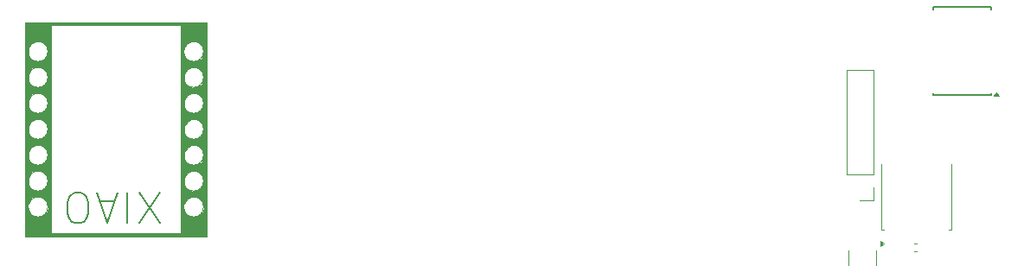
<source format=gbr>
%TF.GenerationSoftware,KiCad,Pcbnew,7.0.11*%
%TF.CreationDate,2025-03-06T22:37:58+09:00*%
%TF.ProjectId,Line_V2,4c696e65-5f56-4322-9e6b-696361645f70,rev?*%
%TF.SameCoordinates,Original*%
%TF.FileFunction,Legend,Top*%
%TF.FilePolarity,Positive*%
%FSLAX46Y46*%
G04 Gerber Fmt 4.6, Leading zero omitted, Abs format (unit mm)*
G04 Created by KiCad (PCBNEW 7.0.11) date 2025-03-06 22:37:58*
%MOMM*%
%LPD*%
G01*
G04 APERTURE LIST*
%ADD10C,0.150000*%
%ADD11C,0.120000*%
%ADD12C,0.100000*%
G04 APERTURE END LIST*
D10*
X64440428Y-108358942D02*
X62440428Y-105358942D01*
X62440428Y-108358942D02*
X64440428Y-105358942D01*
X61297571Y-105358942D02*
X61297571Y-108358942D01*
X60011857Y-106216085D02*
X58583286Y-106216085D01*
X60297571Y-105358942D02*
X59297571Y-108358942D01*
X59297571Y-108358942D02*
X58297571Y-105358942D01*
X56726142Y-108358942D02*
X56154714Y-108358942D01*
X56154714Y-108358942D02*
X55868999Y-108216085D01*
X55868999Y-108216085D02*
X55583285Y-107930371D01*
X55583285Y-107930371D02*
X55440428Y-107358942D01*
X55440428Y-107358942D02*
X55440428Y-106358942D01*
X55440428Y-106358942D02*
X55583285Y-105787514D01*
X55583285Y-105787514D02*
X55868999Y-105501800D01*
X55868999Y-105501800D02*
X56154714Y-105358942D01*
X56154714Y-105358942D02*
X56726142Y-105358942D01*
X56726142Y-105358942D02*
X57011857Y-105501800D01*
X57011857Y-105501800D02*
X57297571Y-105787514D01*
X57297571Y-105787514D02*
X57440428Y-106358942D01*
X57440428Y-106358942D02*
X57440428Y-107358942D01*
X57440428Y-107358942D02*
X57297571Y-107930371D01*
X57297571Y-107930371D02*
X57011857Y-108216085D01*
X57011857Y-108216085D02*
X56726142Y-108358942D01*
D11*
%TO.C,U2*%
X69038400Y-109685400D02*
X51258400Y-109685400D01*
X69038400Y-88679600D02*
X69038400Y-109685400D01*
X66498400Y-88679600D02*
X66498400Y-109685400D01*
X53798400Y-109660000D02*
X53798400Y-88692300D01*
D12*
X53798400Y-88692300D02*
X66510139Y-88674129D01*
D11*
X51258400Y-109685400D02*
X51258400Y-88679600D01*
X51258400Y-88679600D02*
X69038400Y-88679600D01*
D12*
X53823800Y-109380600D02*
X66498400Y-109380600D01*
X66498400Y-109380600D02*
X66498400Y-109672700D01*
X66498400Y-109672700D02*
X53823800Y-109672700D01*
X53823800Y-109672700D02*
X53823800Y-109380600D01*
X53798400Y-88692300D02*
X66473000Y-88692300D01*
X66473000Y-88692300D02*
X66473000Y-88984400D01*
X66473000Y-88984400D02*
X53798400Y-88984400D01*
X53798400Y-88984400D02*
X53798400Y-88692300D01*
X68733934Y-106789466D02*
G75*
G03*
X66802866Y-106789466I-965534J0D01*
G01*
X66802866Y-106789466D02*
G75*
G03*
X68733934Y-106789466I965534J0D01*
G01*
X68733934Y-104249466D02*
G75*
G03*
X66802866Y-104249466I-965534J0D01*
G01*
X66802866Y-104249466D02*
G75*
G03*
X68733934Y-104249466I965534J0D01*
G01*
X68733934Y-101709466D02*
G75*
G03*
X66802866Y-101709466I-965534J0D01*
G01*
X66802866Y-101709466D02*
G75*
G03*
X68733934Y-101709466I965534J0D01*
G01*
X68733934Y-99169466D02*
G75*
G03*
X66802866Y-99169466I-965534J0D01*
G01*
X66802866Y-99169466D02*
G75*
G03*
X68733934Y-99169466I965534J0D01*
G01*
X68733934Y-96629466D02*
G75*
G03*
X66802866Y-96629466I-965534J0D01*
G01*
X66802866Y-96629466D02*
G75*
G03*
X68733934Y-96629466I965534J0D01*
G01*
X68733934Y-94089466D02*
G75*
G03*
X66802866Y-94089466I-965534J0D01*
G01*
X66802866Y-94089466D02*
G75*
G03*
X68733934Y-94089466I965534J0D01*
G01*
X68733934Y-91549466D02*
G75*
G03*
X66802866Y-91549466I-965534J0D01*
G01*
X66802866Y-91549466D02*
G75*
G03*
X68733934Y-91549466I965534J0D01*
G01*
X53493934Y-106789466D02*
G75*
G03*
X51562866Y-106789466I-965534J0D01*
G01*
X51562866Y-106789466D02*
G75*
G03*
X53493934Y-106789466I965534J0D01*
G01*
X53493934Y-104249466D02*
G75*
G03*
X51562866Y-104249466I-965534J0D01*
G01*
X51562866Y-104249466D02*
G75*
G03*
X53493934Y-104249466I965534J0D01*
G01*
X53493934Y-101709466D02*
G75*
G03*
X51562866Y-101709466I-965534J0D01*
G01*
X51562866Y-101709466D02*
G75*
G03*
X53493934Y-101709466I965534J0D01*
G01*
X53493934Y-99169466D02*
G75*
G03*
X51562866Y-99169466I-965534J0D01*
G01*
X51562866Y-99169466D02*
G75*
G03*
X53493934Y-99169466I965534J0D01*
G01*
X53493934Y-96629466D02*
G75*
G03*
X51562866Y-96629466I-965534J0D01*
G01*
X51562866Y-96629466D02*
G75*
G03*
X53493934Y-96629466I965534J0D01*
G01*
X53493934Y-91549800D02*
G75*
G03*
X51562866Y-91549800I-965534J0D01*
G01*
X51562866Y-91549800D02*
G75*
G03*
X53493934Y-91549800I965534J0D01*
G01*
X53493600Y-94089800D02*
G75*
G03*
X51562532Y-94089800I-965534J0D01*
G01*
X51562532Y-94089800D02*
G75*
G03*
X53493600Y-94089800I965534J0D01*
G01*
X66510139Y-109679929D02*
X53823800Y-109672700D01*
X53823800Y-109380600D01*
X66498400Y-109380600D01*
X66510139Y-109679929D01*
G36*
X66510139Y-109679929D02*
G01*
X53823800Y-109672700D01*
X53823800Y-109380600D01*
X66498400Y-109380600D01*
X66510139Y-109679929D01*
G37*
X66473000Y-88984400D02*
X53798400Y-88984400D01*
X53798400Y-88692300D01*
X66473000Y-88692300D01*
X66473000Y-88984400D01*
G36*
X66473000Y-88984400D02*
G01*
X53798400Y-88984400D01*
X53798400Y-88692300D01*
X66473000Y-88692300D01*
X66473000Y-88984400D01*
G37*
X69050139Y-91544329D02*
X68745673Y-91543995D01*
X68745339Y-91315729D01*
X68669139Y-91112529D01*
X68592939Y-90960129D01*
X68338939Y-90731529D01*
X68135739Y-90579129D01*
X69024739Y-90579129D01*
X69050139Y-91544329D01*
G36*
X69050139Y-91544329D02*
G01*
X68745673Y-91543995D01*
X68745339Y-91315729D01*
X68669139Y-91112529D01*
X68592939Y-90960129D01*
X68338939Y-90731529D01*
X68135739Y-90579129D01*
X69024739Y-90579129D01*
X69050139Y-91544329D01*
G37*
X53798400Y-91549800D02*
X53493934Y-91549466D01*
X53493600Y-91321200D01*
X53417400Y-91118000D01*
X53341200Y-90965600D01*
X53087200Y-90737000D01*
X52884000Y-90584600D01*
X53773000Y-90584600D01*
X53798400Y-91549800D01*
G36*
X53798400Y-91549800D02*
G01*
X53493934Y-91549466D01*
X53493600Y-91321200D01*
X53417400Y-91118000D01*
X53341200Y-90965600D01*
X53087200Y-90737000D01*
X52884000Y-90584600D01*
X53773000Y-90584600D01*
X53798400Y-91549800D01*
G37*
X69050139Y-99189729D02*
X69024739Y-101729729D01*
X68745673Y-101729395D01*
X68745339Y-101501129D01*
X68643739Y-101221729D01*
X68440539Y-100967729D01*
X68008739Y-100739129D01*
X67526139Y-100739129D01*
X67145139Y-100942329D01*
X66814939Y-101399529D01*
X66840339Y-99596129D01*
X67195939Y-100027929D01*
X67653139Y-100154929D01*
X67983339Y-100154929D01*
X68389739Y-99977129D01*
X68592939Y-99773929D01*
X68719939Y-99519929D01*
X68745673Y-99189395D01*
X69050139Y-99189729D01*
G36*
X69050139Y-99189729D02*
G01*
X69024739Y-101729729D01*
X68745673Y-101729395D01*
X68745339Y-101501129D01*
X68643739Y-101221729D01*
X68440539Y-100967729D01*
X68008739Y-100739129D01*
X67526139Y-100739129D01*
X67145139Y-100942329D01*
X66814939Y-101399529D01*
X66840339Y-99596129D01*
X67195939Y-100027929D01*
X67653139Y-100154929D01*
X67983339Y-100154929D01*
X68389739Y-99977129D01*
X68592939Y-99773929D01*
X68719939Y-99519929D01*
X68745673Y-99189395D01*
X69050139Y-99189729D01*
G37*
X69050139Y-104244329D02*
X69024739Y-106784329D01*
X68745673Y-106783995D01*
X68745339Y-106555729D01*
X68643739Y-106276329D01*
X68440539Y-106022329D01*
X68008739Y-105793729D01*
X67526139Y-105793729D01*
X67145139Y-105996929D01*
X66814939Y-106454129D01*
X66840339Y-104650729D01*
X66840339Y-104676129D01*
X67195939Y-105107929D01*
X67653139Y-105265800D01*
X67983339Y-105234929D01*
X68389739Y-105057129D01*
X68592939Y-104828529D01*
X68719939Y-104574529D01*
X68745673Y-104243995D01*
X69050139Y-104244329D01*
G36*
X69050139Y-104244329D02*
G01*
X69024739Y-106784329D01*
X68745673Y-106783995D01*
X68745339Y-106555729D01*
X68643739Y-106276329D01*
X68440539Y-106022329D01*
X68008739Y-105793729D01*
X67526139Y-105793729D01*
X67145139Y-105996929D01*
X66814939Y-106454129D01*
X66840339Y-104650729D01*
X66840339Y-104676129D01*
X67195939Y-105107929D01*
X67653139Y-105265800D01*
X67983339Y-105234929D01*
X68389739Y-105057129D01*
X68592939Y-104828529D01*
X68719939Y-104574529D01*
X68745673Y-104243995D01*
X69050139Y-104244329D01*
G37*
X69050139Y-101704329D02*
X69024739Y-104244329D01*
X68745673Y-104243995D01*
X68745339Y-104015729D01*
X68643739Y-103736329D01*
X68440539Y-103482329D01*
X68008739Y-103253729D01*
X67526139Y-103253729D01*
X67145139Y-103456929D01*
X66814939Y-103914129D01*
X66840339Y-102110729D01*
X66840339Y-102161529D01*
X67195939Y-102593329D01*
X67641400Y-102700400D01*
X68008739Y-102694929D01*
X68415139Y-102517129D01*
X68592939Y-102288529D01*
X68719939Y-102034529D01*
X68745673Y-101703995D01*
X69050139Y-101704329D01*
G36*
X69050139Y-101704329D02*
G01*
X69024739Y-104244329D01*
X68745673Y-104243995D01*
X68745339Y-104015729D01*
X68643739Y-103736329D01*
X68440539Y-103482329D01*
X68008739Y-103253729D01*
X67526139Y-103253729D01*
X67145139Y-103456929D01*
X66814939Y-103914129D01*
X66840339Y-102110729D01*
X66840339Y-102161529D01*
X67195939Y-102593329D01*
X67641400Y-102700400D01*
X68008739Y-102694929D01*
X68415139Y-102517129D01*
X68592939Y-102288529D01*
X68719939Y-102034529D01*
X68745673Y-101703995D01*
X69050139Y-101704329D01*
G37*
X69050139Y-96649729D02*
X69024739Y-99189729D01*
X68745673Y-99189395D01*
X68745339Y-98961129D01*
X68643739Y-98681729D01*
X68440539Y-98427729D01*
X68008739Y-98199129D01*
X67526139Y-98199129D01*
X67145139Y-98402329D01*
X66814939Y-98859529D01*
X66840339Y-97056129D01*
X66865739Y-97081529D01*
X67221339Y-97513329D01*
X67653139Y-97614929D01*
X67983339Y-97614929D01*
X68389739Y-97437129D01*
X68592939Y-97233929D01*
X68719939Y-96979929D01*
X68745673Y-96649395D01*
X69050139Y-96649729D01*
G36*
X69050139Y-96649729D02*
G01*
X69024739Y-99189729D01*
X68745673Y-99189395D01*
X68745339Y-98961129D01*
X68643739Y-98681729D01*
X68440539Y-98427729D01*
X68008739Y-98199129D01*
X67526139Y-98199129D01*
X67145139Y-98402329D01*
X66814939Y-98859529D01*
X66840339Y-97056129D01*
X66865739Y-97081529D01*
X67221339Y-97513329D01*
X67653139Y-97614929D01*
X67983339Y-97614929D01*
X68389739Y-97437129D01*
X68592939Y-97233929D01*
X68719939Y-96979929D01*
X68745673Y-96649395D01*
X69050139Y-96649729D01*
G37*
X69050139Y-94084329D02*
X69024739Y-96624329D01*
X68745673Y-96623995D01*
X68745339Y-96395729D01*
X68643739Y-96116329D01*
X68440539Y-95862329D01*
X68008739Y-95633729D01*
X67526139Y-95633729D01*
X67145139Y-95836929D01*
X66814939Y-96294129D01*
X66840339Y-94490729D01*
X66840339Y-94516129D01*
X67195939Y-94947929D01*
X67653139Y-95105800D01*
X68008739Y-95074929D01*
X68415139Y-94897129D01*
X68592939Y-94668529D01*
X68719939Y-94414529D01*
X68745673Y-94083995D01*
X69050139Y-94084329D01*
G36*
X69050139Y-94084329D02*
G01*
X69024739Y-96624329D01*
X68745673Y-96623995D01*
X68745339Y-96395729D01*
X68643739Y-96116329D01*
X68440539Y-95862329D01*
X68008739Y-95633729D01*
X67526139Y-95633729D01*
X67145139Y-95836929D01*
X66814939Y-96294129D01*
X66840339Y-94490729D01*
X66840339Y-94516129D01*
X67195939Y-94947929D01*
X67653139Y-95105800D01*
X68008739Y-95074929D01*
X68415139Y-94897129D01*
X68592939Y-94668529D01*
X68719939Y-94414529D01*
X68745673Y-94083995D01*
X69050139Y-94084329D01*
G37*
X69050139Y-91544329D02*
X69024739Y-94084329D01*
X68745673Y-94083995D01*
X68745339Y-93855729D01*
X68643739Y-93576329D01*
X68440539Y-93322329D01*
X68008739Y-93093729D01*
X67526139Y-93093729D01*
X67145139Y-93296929D01*
X66814939Y-93754129D01*
X66840339Y-91950729D01*
X66840339Y-91976129D01*
X67195939Y-92407929D01*
X67653139Y-92540400D01*
X68008739Y-92534929D01*
X68415139Y-92357129D01*
X68592939Y-92128529D01*
X68719939Y-91874529D01*
X68745673Y-91543995D01*
X69050139Y-91544329D01*
G36*
X69050139Y-91544329D02*
G01*
X69024739Y-94084329D01*
X68745673Y-94083995D01*
X68745339Y-93855729D01*
X68643739Y-93576329D01*
X68440539Y-93322329D01*
X68008739Y-93093729D01*
X67526139Y-93093729D01*
X67145139Y-93296929D01*
X66814939Y-93754129D01*
X66840339Y-91950729D01*
X66840339Y-91976129D01*
X67195939Y-92407929D01*
X67653139Y-92540400D01*
X68008739Y-92534929D01*
X68415139Y-92357129D01*
X68592939Y-92128529D01*
X68719939Y-91874529D01*
X68745673Y-91543995D01*
X69050139Y-91544329D01*
G37*
X53798400Y-104249800D02*
X53773000Y-106789800D01*
X53493934Y-106789466D01*
X53493600Y-106561200D01*
X53392000Y-106281800D01*
X53188800Y-106027800D01*
X52757000Y-105799200D01*
X52274400Y-105799200D01*
X51893400Y-106002400D01*
X51563200Y-106459600D01*
X51588600Y-104656200D01*
X51614000Y-104656200D01*
X51969600Y-105088000D01*
X52401400Y-105215000D01*
X52731600Y-105215000D01*
X53138000Y-105037200D01*
X53341200Y-104834000D01*
X53468200Y-104580000D01*
X53493934Y-104249466D01*
X53798400Y-104249800D01*
G36*
X53798400Y-104249800D02*
G01*
X53773000Y-106789800D01*
X53493934Y-106789466D01*
X53493600Y-106561200D01*
X53392000Y-106281800D01*
X53188800Y-106027800D01*
X52757000Y-105799200D01*
X52274400Y-105799200D01*
X51893400Y-106002400D01*
X51563200Y-106459600D01*
X51588600Y-104656200D01*
X51614000Y-104656200D01*
X51969600Y-105088000D01*
X52401400Y-105215000D01*
X52731600Y-105215000D01*
X53138000Y-105037200D01*
X53341200Y-104834000D01*
X53468200Y-104580000D01*
X53493934Y-104249466D01*
X53798400Y-104249800D01*
G37*
X53798400Y-101709800D02*
X53773000Y-104249800D01*
X53493934Y-104249466D01*
X53493600Y-104021200D01*
X53392000Y-103741800D01*
X53188800Y-103487800D01*
X52757000Y-103259200D01*
X52274400Y-103259200D01*
X51893400Y-103462400D01*
X51563200Y-103919600D01*
X51588600Y-102116200D01*
X51614000Y-102116200D01*
X51969600Y-102548000D01*
X52401400Y-102675000D01*
X52731600Y-102675000D01*
X53138000Y-102497200D01*
X53341200Y-102294000D01*
X53468200Y-102040000D01*
X53493934Y-101709466D01*
X53798400Y-101709800D01*
G36*
X53798400Y-101709800D02*
G01*
X53773000Y-104249800D01*
X53493934Y-104249466D01*
X53493600Y-104021200D01*
X53392000Y-103741800D01*
X53188800Y-103487800D01*
X52757000Y-103259200D01*
X52274400Y-103259200D01*
X51893400Y-103462400D01*
X51563200Y-103919600D01*
X51588600Y-102116200D01*
X51614000Y-102116200D01*
X51969600Y-102548000D01*
X52401400Y-102675000D01*
X52731600Y-102675000D01*
X53138000Y-102497200D01*
X53341200Y-102294000D01*
X53468200Y-102040000D01*
X53493934Y-101709466D01*
X53798400Y-101709800D01*
G37*
X53798400Y-99195200D02*
X53773000Y-101735200D01*
X53493934Y-101734866D01*
X53493600Y-101506600D01*
X53392000Y-101227200D01*
X53188800Y-100973200D01*
X52757000Y-100744600D01*
X52274400Y-100744600D01*
X51893400Y-100947800D01*
X51563200Y-101405000D01*
X51588600Y-99601600D01*
X51614000Y-99601600D01*
X51969600Y-100033400D01*
X52401400Y-100160400D01*
X52731600Y-100160400D01*
X53138000Y-99982600D01*
X53341200Y-99779400D01*
X53468200Y-99525400D01*
X53493934Y-99194866D01*
X53798400Y-99195200D01*
G36*
X53798400Y-99195200D02*
G01*
X53773000Y-101735200D01*
X53493934Y-101734866D01*
X53493600Y-101506600D01*
X53392000Y-101227200D01*
X53188800Y-100973200D01*
X52757000Y-100744600D01*
X52274400Y-100744600D01*
X51893400Y-100947800D01*
X51563200Y-101405000D01*
X51588600Y-99601600D01*
X51614000Y-99601600D01*
X51969600Y-100033400D01*
X52401400Y-100160400D01*
X52731600Y-100160400D01*
X53138000Y-99982600D01*
X53341200Y-99779400D01*
X53468200Y-99525400D01*
X53493934Y-99194866D01*
X53798400Y-99195200D01*
G37*
X53798400Y-96655200D02*
X53773000Y-99195200D01*
X53493934Y-99194866D01*
X53493600Y-98966600D01*
X53392000Y-98687200D01*
X53188800Y-98433200D01*
X52757000Y-98204600D01*
X52274400Y-98204600D01*
X51893400Y-98407800D01*
X51563200Y-98865000D01*
X51588600Y-97061600D01*
X51614000Y-97061600D01*
X51969600Y-97493400D01*
X52401400Y-97620400D01*
X52731600Y-97620400D01*
X53138000Y-97442600D01*
X53341200Y-97239400D01*
X53468200Y-96985400D01*
X53493934Y-96654866D01*
X53798400Y-96655200D01*
G36*
X53798400Y-96655200D02*
G01*
X53773000Y-99195200D01*
X53493934Y-99194866D01*
X53493600Y-98966600D01*
X53392000Y-98687200D01*
X53188800Y-98433200D01*
X52757000Y-98204600D01*
X52274400Y-98204600D01*
X51893400Y-98407800D01*
X51563200Y-98865000D01*
X51588600Y-97061600D01*
X51614000Y-97061600D01*
X51969600Y-97493400D01*
X52401400Y-97620400D01*
X52731600Y-97620400D01*
X53138000Y-97442600D01*
X53341200Y-97239400D01*
X53468200Y-96985400D01*
X53493934Y-96654866D01*
X53798400Y-96655200D01*
G37*
X53798400Y-94089800D02*
X53773000Y-96629800D01*
X53493934Y-96629466D01*
X53493600Y-96401200D01*
X53392000Y-96121800D01*
X53188800Y-95867800D01*
X52757000Y-95639200D01*
X52274400Y-95639200D01*
X51893400Y-95842400D01*
X51563200Y-96299600D01*
X51588600Y-94496200D01*
X51614000Y-94496200D01*
X51969600Y-94928000D01*
X52401400Y-95055000D01*
X52731600Y-95055000D01*
X53138000Y-94877200D01*
X53341200Y-94674000D01*
X53468200Y-94420000D01*
X53493934Y-94089466D01*
X53798400Y-94089800D01*
G36*
X53798400Y-94089800D02*
G01*
X53773000Y-96629800D01*
X53493934Y-96629466D01*
X53493600Y-96401200D01*
X53392000Y-96121800D01*
X53188800Y-95867800D01*
X52757000Y-95639200D01*
X52274400Y-95639200D01*
X51893400Y-95842400D01*
X51563200Y-96299600D01*
X51588600Y-94496200D01*
X51614000Y-94496200D01*
X51969600Y-94928000D01*
X52401400Y-95055000D01*
X52731600Y-95055000D01*
X53138000Y-94877200D01*
X53341200Y-94674000D01*
X53468200Y-94420000D01*
X53493934Y-94089466D01*
X53798400Y-94089800D01*
G37*
X53798400Y-91549800D02*
X53773000Y-94089800D01*
X53493934Y-94089466D01*
X53493600Y-93861200D01*
X53392000Y-93581800D01*
X53188800Y-93327800D01*
X52757000Y-93099200D01*
X52274400Y-93099200D01*
X51893400Y-93302400D01*
X51563200Y-93759600D01*
X51588600Y-91956200D01*
X51614000Y-91956200D01*
X51969600Y-92388000D01*
X52401400Y-92515000D01*
X52731600Y-92515000D01*
X53138000Y-92337200D01*
X53341200Y-92134000D01*
X53468200Y-91880000D01*
X53493934Y-91549466D01*
X53798400Y-91549800D01*
G36*
X53798400Y-91549800D02*
G01*
X53773000Y-94089800D01*
X53493934Y-94089466D01*
X53493600Y-93861200D01*
X53392000Y-93581800D01*
X53188800Y-93327800D01*
X52757000Y-93099200D01*
X52274400Y-93099200D01*
X51893400Y-93302400D01*
X51563200Y-93759600D01*
X51588600Y-91956200D01*
X51614000Y-91956200D01*
X51969600Y-92388000D01*
X52401400Y-92515000D01*
X52731600Y-92515000D01*
X53138000Y-92337200D01*
X53341200Y-92134000D01*
X53468200Y-91880000D01*
X53493934Y-91549466D01*
X53798400Y-91549800D01*
G37*
X69050139Y-88686829D02*
X69024739Y-90579129D01*
X67780139Y-90578795D01*
X67526139Y-90579129D01*
X67119739Y-90782329D01*
X66840339Y-91163329D01*
X66789205Y-91544329D01*
X66814271Y-94084329D01*
X66814605Y-96623995D01*
X66814605Y-104243995D01*
X66789539Y-106631929D01*
X66789539Y-107114529D01*
X67094339Y-107597129D01*
X67526139Y-107774929D01*
X68008739Y-107774929D01*
X68364339Y-107571729D01*
X68694539Y-107292329D01*
X68796473Y-106783995D01*
X69024739Y-106784329D01*
X69050139Y-109692629D01*
X66510139Y-109679929D01*
X66510139Y-88674129D01*
X69050139Y-88686829D01*
G36*
X69050139Y-88686829D02*
G01*
X69024739Y-90579129D01*
X67780139Y-90578795D01*
X67526139Y-90579129D01*
X67119739Y-90782329D01*
X66840339Y-91163329D01*
X66789205Y-91544329D01*
X66814271Y-94084329D01*
X66814605Y-96623995D01*
X66814605Y-104243995D01*
X66789539Y-106631929D01*
X66789539Y-107114529D01*
X67094339Y-107597129D01*
X67526139Y-107774929D01*
X68008739Y-107774929D01*
X68364339Y-107571729D01*
X68694539Y-107292329D01*
X68796473Y-106783995D01*
X69024739Y-106784329D01*
X69050139Y-109692629D01*
X66510139Y-109679929D01*
X66510139Y-88674129D01*
X69050139Y-88686829D01*
G37*
X53798400Y-88692300D02*
X53773000Y-90584600D01*
X52528400Y-90584266D01*
X52274400Y-90584600D01*
X51868000Y-90787800D01*
X51614000Y-91168800D01*
X51562866Y-91549800D01*
X51562532Y-94089800D01*
X51562866Y-96629466D01*
X51562866Y-104249466D01*
X51537800Y-106637400D01*
X51563200Y-107069200D01*
X51868000Y-107551800D01*
X52274400Y-107780400D01*
X52757000Y-107780400D01*
X53112600Y-107577200D01*
X53442800Y-107297800D01*
X53544734Y-106789466D01*
X53773000Y-106789800D01*
X53798400Y-109660000D01*
X51258400Y-109685400D01*
X51258400Y-88679600D01*
X53798400Y-88692300D01*
G36*
X53798400Y-88692300D02*
G01*
X53773000Y-90584600D01*
X52528400Y-90584266D01*
X52274400Y-90584600D01*
X51868000Y-90787800D01*
X51614000Y-91168800D01*
X51562866Y-91549800D01*
X51562532Y-94089800D01*
X51562866Y-96629466D01*
X51562866Y-104249466D01*
X51537800Y-106637400D01*
X51563200Y-107069200D01*
X51868000Y-107551800D01*
X52274400Y-107780400D01*
X52757000Y-107780400D01*
X53112600Y-107577200D01*
X53442800Y-107297800D01*
X53544734Y-106789466D01*
X53773000Y-106789800D01*
X53798400Y-109660000D01*
X51258400Y-109685400D01*
X51258400Y-88679600D01*
X53798400Y-88692300D01*
G37*
D11*
%TO.C,J1*%
X134330000Y-106155000D02*
X133000000Y-106155000D01*
X134330000Y-104825000D02*
X134330000Y-106155000D01*
X134330000Y-103555000D02*
X134330000Y-93335000D01*
X134330000Y-103555000D02*
X131670000Y-103555000D01*
X134330000Y-93335000D02*
X131670000Y-93335000D01*
X131670000Y-103555000D02*
X131670000Y-93335000D01*
%TO.C,C2*%
X138342164Y-110390000D02*
X138557836Y-110390000D01*
X138342164Y-111110000D02*
X138557836Y-111110000D01*
%TO.C,C1*%
X131890000Y-112461252D02*
X131890000Y-111038748D01*
X134610000Y-112461252D02*
X134610000Y-111038748D01*
D10*
%TO.C,U1*%
X145875000Y-95825000D02*
X145875000Y-95600000D01*
X145875000Y-95825000D02*
X140125000Y-95825000D01*
X145875000Y-87175000D02*
X145875000Y-87400000D01*
X145875000Y-87175000D02*
X140125000Y-87175000D01*
X140125000Y-95825000D02*
X140125000Y-95600000D01*
X140125000Y-87175000D02*
X140125000Y-87400000D01*
D11*
X146615000Y-95905000D02*
X146135000Y-95905000D01*
X146375000Y-95575000D01*
X146615000Y-95905000D01*
G36*
X146615000Y-95905000D02*
G01*
X146135000Y-95905000D01*
X146375000Y-95575000D01*
X146615000Y-95905000D01*
G37*
%TO.C,U3*%
X135052500Y-108970000D02*
X135322500Y-108970000D01*
X141952500Y-108970000D02*
X141682500Y-108970000D01*
X135052500Y-102550000D02*
X135052500Y-108970000D01*
X141952500Y-102550000D02*
X141952500Y-108970000D01*
X135362500Y-110390000D02*
X135032500Y-110630000D01*
X135032500Y-110150000D01*
X135362500Y-110390000D01*
G36*
X135362500Y-110390000D02*
G01*
X135032500Y-110630000D01*
X135032500Y-110150000D01*
X135362500Y-110390000D01*
G37*
%TD*%
M02*

</source>
